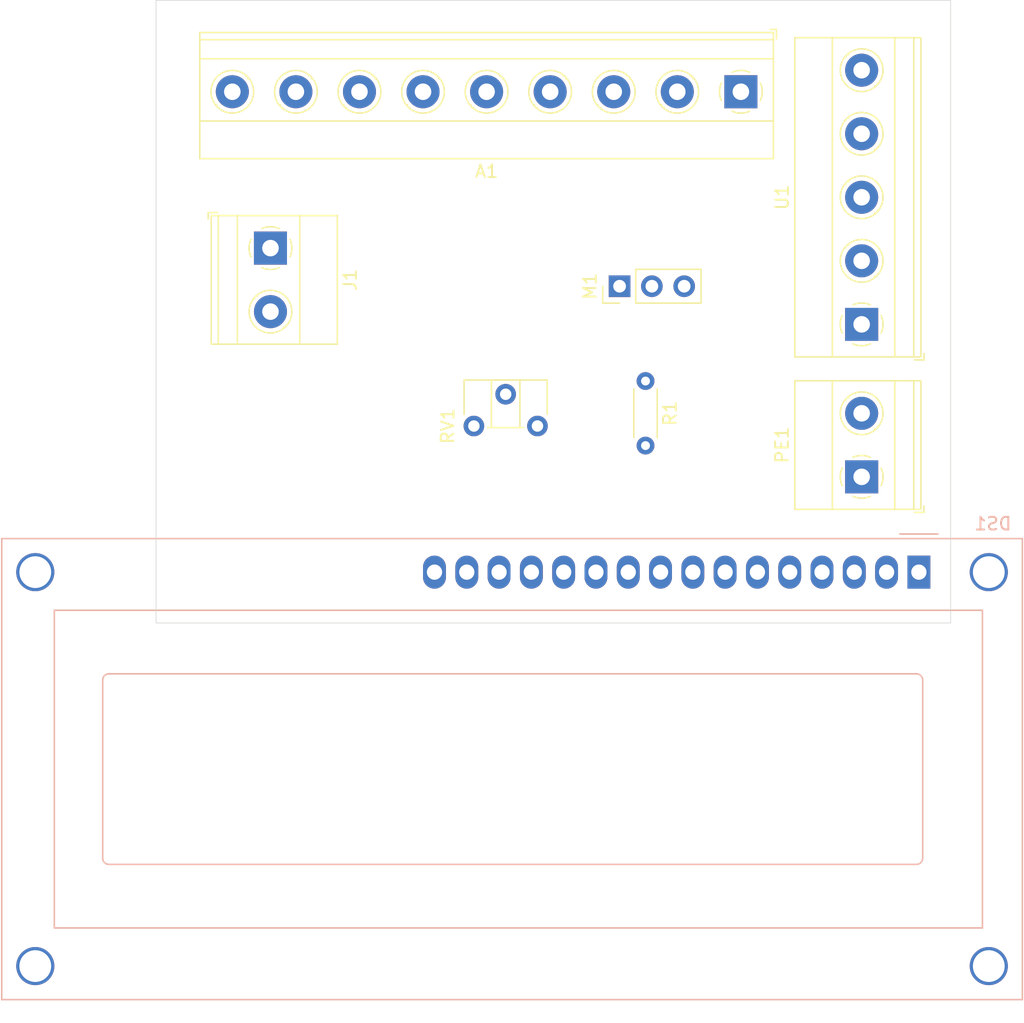
<source format=kicad_pcb>
(kicad_pcb (version 20240108) (generator "pcbnew") (generator_version "8.0")
  (layers (0 "F.Cu" signal) (31 "B.Cu" signal) (34 "B.Paste" user) (35 "F.Paste" user) (36 "B.SilkS" user "B.Silkscreen") (37 "F.SilkS" user "F.Silkscreen") (38 "B.Mask" user) (39 "F.Mask" user) (44 "Edge.Cuts" user))
  (net 0 "")
  (net 4 "Net-(DS1-LED(-))")
  (net 5 "Net-(A1-D5)")
  (net 6 "Net-(A1-D4)")
  (net 7 "Net-(A1-VIN)")
  (net 9 "Net-(A1-D13)")
  (net 10 "Net-(A1-D3)")
  (net 12 "Net-(A1-+5V)")
  (net 13 "Net-(A1-D12)")
  (net 14 "Net-(A1-D2)")
  (net 18 "Net-(DS1-VO)")
  (net 20 "Net-(DS1-LED(+))")
  (net 22 "Net-(A1-D9)")
  (net 23 "Net-(M1-+)")
  (net 24 "Net-(M1--)")
  (net 25 "Net-(U1-OUT1)")
  (net 26 "Net-(U1-OUT2)")
  (net 29 "Net-(U1-Vs)")
  (footprint "Potentiometer_THT:Potentiometer_ACP_CA6-H2,5_Horizontal" (layer "F.Cu") (at 132.5 95.5 90)
    (property "Reference" "RV1" (at 0 -2.06 90) (layer "F.SilkS"))
    (property "Value" "R_Potentiometer")
    (fp_line (start 3.62 -0.77) (end 3.62 5.77) (stroke (width 0.12)) (layer "F.SilkS"))
    (fp_line (start 0.925 -0.77) (end 3.62 -0.77) (stroke (width 0.12)) (layer "F.SilkS"))
    (fp_line (start -0.121 1.066) (end -0.121 3.935) (stroke (width 0.12)) (layer "F.SilkS"))
    (fp_line (start 3.62 1.38) (end 3.62 3.62) (stroke (width 0.12)) (layer "F.SilkS"))
    (fp_line (start -0.121 1.38) (end 3.62 1.38) (stroke (width 0.12)) (layer "F.SilkS"))
    (fp_line (start -0.121 1.38) (end -0.121 3.62) (stroke (width 0.12)) (layer "F.SilkS"))
    (fp_line (start -0.121 3.62) (end 3.62 3.62) (stroke (width 0.12)) (layer "F.SilkS"))
    (fp_line (start 0.925 5.77) (end 3.62 5.77) (stroke (width 0.12)) (layer "F.SilkS"))
    (pad "1" thru_hole circle (at 0 0 90) (size 1.62 1.62) (drill 0.9) (layers "*.Cu" "*.Mask") (net 4 "Net-(DS1-LED(-))"))
    (pad "2" thru_hole circle (at 2.5 2.5 90) (size 1.62 1.62) (drill 0.9) (layers "*.Cu" "*.Mask") (net 18 "Net-(DS1-VO)"))
    (pad "3" thru_hole circle (at 0 5 90) (size 1.62 1.62) (drill 0.9) (layers "*.Cu" "*.Mask") (net 12 "Net-(A1-+5V)"))
  )
  (footprint "Connector_PinHeader_2.54mm:PinHeader_1x03_P2.54mm_Vertical" (layer "F.Cu") (at 143.96 84.5 90)
    (property "Reference" "M1" (at 0 -2.33 90) (layer "F.SilkS"))
    (property "Value" "Motor_Servo")
    (fp_line (start -1.33 -1.33) (end 0 -1.33) (stroke (width 0.12)) (layer "F.SilkS"))
    (fp_line (start -1.33 0) (end -1.33 -1.33) (stroke (width 0.12)) (layer "F.SilkS"))
    (fp_line (start 1.33 1.27) (end 1.33 6.41) (stroke (width 0.12)) (layer "F.SilkS"))
    (fp_line (start -1.33 1.27) (end 1.33 1.27) (stroke (width 0.12)) (layer "F.SilkS"))
    (fp_line (start -1.33 1.27) (end -1.33 6.41) (stroke (width 0.12)) (layer "F.SilkS"))
    (fp_line (start -1.33 6.41) (end 1.33 6.41) (stroke (width 0.12)) (layer "F.SilkS"))
    (pad "1" thru_hole rect (at 0 0 90) (size 1.7 1.7) (drill 1) (layers "*.Cu" "*.Mask") (net 22 "Net-(A1-D9)"))
    (pad "2" thru_hole oval (at 0 2.54 90) (size 1.7 1.7) (drill 1) (layers "*.Cu" "*.Mask") (net 23 "Net-(M1-+)"))
    (pad "3" thru_hole oval (at 0 5.08 90) (size 1.7 1.7) (drill 1) (layers "*.Cu" "*.Mask") (net 24 "Net-(M1--)"))
  )
  (footprint "Resistor_THT:R_Axial_DIN0204_L3.6mm_D1.6mm_P5.08mm_Horizontal" (layer "F.Cu") (at 146 91.96 -90)
    (property "Reference" "R1" (at 2.54 -1.92 90) (layer "F.SilkS"))
    (property "Value" "220")
    (fp_line (start 0.62 0.92) (end 4.46 0.92) (stroke (width 0.12)) (layer "F.SilkS"))
    (fp_line (start 0.62 -0.92) (end 4.46 -0.92) (stroke (width 0.12)) (layer "F.SilkS"))
    (pad "1" thru_hole circle (at 0 0 270) (size 1.4 1.4) (drill 0.7) (layers "*.Cu" "*.Mask") (net 20 "Net-(DS1-LED(+))"))
    (pad "2" thru_hole oval (at 5.08 0 270) (size 1.4 1.4) (drill 0.7) (layers "*.Cu" "*.Mask") (net 12 "Net-(A1-+5V)"))
  )
  (footprint "TerminalBlock_Phoenix:TerminalBlock_Phoenix_MKDS-1,5-5_1x05_P5.00mm_Horizontal" (layer "F.Cu") (at 163 87.5 90)
    (property "Reference" "U1" (at 10 -6.26 90) (layer "F.SilkS"))
    (property "Value" "L298N")
    (fp_line (start 22.56 -5.261) (end 22.56 4.66) (stroke (width 0.12)) (layer "F.SilkS"))
    (fp_line (start -2.56 -5.261) (end 22.56 -5.261) (stroke (width 0.12)) (layer "F.SilkS"))
    (fp_line (start -2.56 -5.261) (end -2.56 4.66) (stroke (width 0.12)) (layer "F.SilkS"))
    (fp_line (start -2.56 -2.301) (end 22.56 -2.301) (stroke (width 0.12)) (layer "F.SilkS"))
    (fp_line (start 21.07 -1.275) (end 21.035 -1.239) (stroke (width 0.12)) (layer "F.SilkS"))
    (fp_line (start 16.07 -1.275) (end 16.035 -1.239) (stroke (width 0.12)) (layer "F.SilkS"))
    (fp_line (start 11.07 -1.275) (end 11.035 -1.239) (stroke (width 0.12)) (layer "F.SilkS"))
    (fp_line (start 6.07 -1.275) (end 6.035 -1.239) (stroke (width 0.12)) (layer "F.SilkS"))
    (fp_line (start 21.275 -1.069) (end 21.228 -1.023) (stroke (width 0.12)) (layer "F.SilkS"))
    (fp_line (start 16.275 -1.069) (end 16.228 -1.023) (stroke (width 0.12)) (layer "F.SilkS"))
    (fp_line (start 11.275 -1.069) (end 11.228 -1.023) (stroke (width 0.12)) (layer "F.SilkS"))
    (fp_line (start 6.275 -1.069) (end 6.228 -1.023) (stroke (width 0.12)) (layer "F.SilkS"))
    (fp_line (start 18.773 1.023) (end 18.726 1.069) (stroke (width 0.12)) (layer "F.SilkS"))
    (fp_line (start 13.773 1.023) (end 13.726 1.069) (stroke (width 0.12)) (layer "F.SilkS"))
    (fp_line (start 8.773 1.023) (end 8.726 1.069) (stroke (width 0.12)) (layer "F.SilkS"))
    (fp_line (start 3.773 1.023) (end 3.726 1.069) (stroke (width 0.12)) (layer "F.SilkS"))
    (fp_line (start 18.966 1.239) (end 18.931 1.274) (stroke (width 0.12)) (layer "F.SilkS"))
    (fp_line (start 13.966 1.239) (end 13.931 1.274) (stroke (width 0.12)) (layer "F.SilkS"))
    (fp_line (start 8.966 1.239) (end 8.931 1.274) (stroke (width 0.12)) (layer "F.SilkS"))
    (fp_line (start 3.966 1.239) (end 3.931 1.274) (stroke (width 0.12)) (layer "F.SilkS"))
    (fp_line (start -2.56 2.6) (end 22.56 2.6) (stroke (width 0.12)) (layer "F.SilkS"))
    (fp_line (start -2.56 4.1) (end 22.56 4.1) (stroke (width 0.12)) (layer "F.SilkS"))
    (fp_line (start -2.8 4.16) (end -2.8 4.9) (stroke (width 0.12)) (layer "F.SilkS"))
    (fp_line (start -2.56 4.66) (end 22.56 4.66) (stroke (width 0.12)) (layer "F.SilkS"))
    (fp_line (start -2.8 4.9) (end -2.3 4.9) (stroke (width 0.12)) (layer "F.SilkS"))
    (fp_arc (start -0.683042 -1.535427) (mid 0.000524 -1.680501) (end 0.684 -1.535) (stroke (width 0.12)) (layer "F.SilkS"))
    (fp_arc (start 1.535427 -0.683042) (mid 1.680501 0.000524) (end 1.535 0.684) (stroke (width 0.12)) (layer "F.SilkS"))
    (fp_arc (start -1.535427 0.683042) (mid -1.680501 -0.000524) (end -1.535 -0.684) (stroke (width 0.12)) (layer "F.SilkS"))
    (fp_arc (start 0.683318 1.534756) (mid 0.349292 1.643288) (end 0 1.68) (stroke (width 0.12)) (layer "F.SilkS"))
    (fp_arc (start 0.028805 1.680253) (mid -0.335551 1.646659) (end -0.684 1.535) (stroke (width 0.12)) (layer "F.SilkS"))
    (fp_circle (center 20 0) (end 21.68 0) (stroke (width 0.12)) (fill none) (layer "F.SilkS"))
    (fp_circle (center 15 0) (end 16.68 0) (stroke (width 0.12)) (fill none) (layer "F.SilkS"))
    (fp_circle (center 10 0) (end 11.68 0) (stroke (width 0.12)) (fill none) (layer "F.SilkS"))
    (fp_circle (center 5 0) (end 6.68 0) (stroke (width 0.12)) (fill none) (layer "F.SilkS"))
    (pad "1" thru_hole rect (at 0 0 90) (size 2.6 2.6) (drill 1.3) (layers "*.Cu" "*.Mask"))
    (pad "2" thru_hole circle (at 5 0 90) (size 2.6 2.6) (drill 1.3) (layers "*.Cu" "*.Mask") (net 25 "Net-(U1-OUT1)"))
    (pad "3" thru_hole circle (at 10 0 90) (size 2.6 2.6) (drill 1.3) (layers "*.Cu" "*.Mask") (net 26 "Net-(U1-OUT2)"))
    (pad "4" thru_hole circle (at 15 0 90) (size 2.6 2.6) (drill 1.3) (layers "*.Cu" "*.Mask") (net 29 "Net-(U1-Vs)"))
    (pad "5" thru_hole circle (at 20 0 90) (size 2.6 2.6) (drill 1.3) (layers "*.Cu" "*.Mask"))
  )
  (footprint "TerminalBlock_Phoenix:TerminalBlock_Phoenix_MKDS-1,5-2_1x02_P5.00mm_Horizontal" (layer "F.Cu") (at 163 99.5 90)
    (property "Reference" "PE1" (at 2.5 -6.26 90) (layer "F.SilkS"))
    (property "Value" "PeltierElement")
    (fp_line (start 7.56 -5.261) (end 7.56 4.66) (stroke (width 0.12)) (layer "F.SilkS"))
    (fp_line (start -2.56 -5.261) (end 7.56 -5.261) (stroke (width 0.12)) (layer "F.SilkS"))
    (fp_line (start -2.56 -5.261) (end -2.56 4.66) (stroke (width 0.12)) (layer "F.SilkS"))
    (fp_line (start -2.56 -2.301) (end 7.56 -2.301) (stroke (width 0.12)) (layer "F.SilkS"))
    (fp_line (start 6.07 -1.275) (end 6.035 -1.239) (stroke (width 0.12)) (layer "F.SilkS"))
    (fp_line (start 6.275 -1.069) (end 6.228 -1.023) (stroke (width 0.12)) (layer "F.SilkS"))
    (fp_line (start 3.773 1.023) (end 3.726 1.069) (stroke (width 0.12)) (layer "F.SilkS"))
    (fp_line (start 3.966 1.239) (end 3.931 1.274) (stroke (width 0.12)) (layer "F.SilkS"))
    (fp_line (start -2.56 2.6) (end 7.56 2.6) (stroke (width 0.12)) (layer "F.SilkS"))
    (fp_line (start -2.56 4.1) (end 7.56 4.1) (stroke (width 0.12)) (layer "F.SilkS"))
    (fp_line (start -2.8 4.16) (end -2.8 4.9) (stroke (width 0.12)) (layer "F.SilkS"))
    (fp_line (start -2.56 4.66) (end 7.56 4.66) (stroke (width 0.12)) (layer "F.SilkS"))
    (fp_line (start -2.8 4.9) (end -2.3 4.9) (stroke (width 0.12)) (layer "F.SilkS"))
    (fp_arc (start -0.683042 -1.535427) (mid 0.000524 -1.680501) (end 0.684 -1.535) (stroke (width 0.12)) (layer "F.SilkS"))
    (fp_arc (start 1.535427 -0.683042) (mid 1.680501 0.000524) (end 1.535 0.684) (stroke (width 0.12)) (layer "F.SilkS"))
    (fp_arc (start -1.535427 0.683042) (mid -1.680501 -0.000524) (end -1.535 -0.684) (stroke (width 0.12)) (layer "F.SilkS"))
    (fp_arc (start 0.683318 1.534756) (mid 0.349292 1.643288) (end 0 1.68) (stroke (width 0.12)) (layer "F.SilkS"))
    (fp_arc (start 0.028805 1.680253) (mid -0.335551 1.646659) (end -0.684 1.535) (stroke (width 0.12)) (layer "F.SilkS"))
    (fp_circle (center 5 0) (end 6.68 0) (stroke (width 0.12)) (fill none) (layer "F.SilkS"))
    (pad "1" thru_hole rect (at 0 0 90) (size 2.6 2.6) (drill 1.3) (layers "*.Cu" "*.Mask") (net 25 "Net-(U1-OUT1)"))
    (pad "2" thru_hole circle (at 5 0 90) (size 2.6 2.6) (drill 1.3) (layers "*.Cu" "*.Mask") (net 26 "Net-(U1-OUT2)"))
  )
  (footprint "TerminalBlock_Phoenix:TerminalBlock_Phoenix_MKDS-1,5-2_1x02_P5.00mm_Horizontal" (layer "F.Cu") (at 116.5 81.5 -90)
    (property "Reference" "J1" (at 2.5 -6.26 90) (layer "F.SilkS"))
    (property "Value" "Barrel_Jack")
    (fp_line (start -2.8 4.9) (end -2.3 4.9) (stroke (width 0.12)) (layer "F.SilkS"))
    (fp_line (start -2.56 4.66) (end 7.56 4.66) (stroke (width 0.12)) (layer "F.SilkS"))
    (fp_line (start -2.8 4.16) (end -2.8 4.9) (stroke (width 0.12)) (layer "F.SilkS"))
    (fp_line (start -2.56 4.1) (end 7.56 4.1) (stroke (width 0.12)) (layer "F.SilkS"))
    (fp_line (start -2.56 2.6) (end 7.56 2.6) (stroke (width 0.12)) (layer "F.SilkS"))
    (fp_line (start 3.966 1.239) (end 3.931 1.274) (stroke (width 0.12)) (layer "F.SilkS"))
    (fp_line (start 3.773 1.023) (end 3.726 1.069) (stroke (width 0.12)) (layer "F.SilkS"))
    (fp_line (start 6.275 -1.069) (end 6.228 -1.023) (stroke (width 0.12)) (layer "F.SilkS"))
    (fp_line (start 6.07 -1.275) (end 6.035 -1.239) (stroke (width 0.12)) (layer "F.SilkS"))
    (fp_line (start -2.56 -2.301) (end 7.56 -2.301) (stroke (width 0.12)) (layer "F.SilkS"))
    (fp_line (start -2.56 -5.261) (end -2.56 4.66) (stroke (width 0.12)) (layer "F.SilkS"))
    (fp_line (start -2.56 -5.261) (end 7.56 -5.261) (stroke (width 0.12)) (layer "F.SilkS"))
    (fp_line (start 7.56 -5.261) (end 7.56 4.66) (stroke (width 0.12)) (layer "F.SilkS"))
    (fp_arc (start 0.028805 1.680253) (mid -0.335551 1.646659) (end -0.684 1.535) (stroke (width 0.12)) (layer "F.SilkS"))
    (fp_arc (start 0.683318 1.534756) (mid 0.349292 1.643288) (end 0 1.68) (stroke (width 0.12)) (layer "F.SilkS"))
    (fp_arc (start -1.535427 0.683042) (mid -1.680501 -0.000524) (end -1.535 -0.684) (stroke (width 0.12)) (layer "F.SilkS"))
    (fp_arc (start 1.535427 -0.683042) (mid 1.680501 0.000524) (end 1.535 0.684) (stroke (width 0.12)) (layer "F.SilkS"))
    (fp_arc (start -0.683042 -1.535427) (mid 0.000524 -1.680501) (end 0.684 -1.535) (stroke (width 0.12)) (layer "F.SilkS"))
    (fp_circle (center 5 0) (end 6.68 0) (stroke (width 0.12)) (fill none) (layer "F.SilkS"))
    (pad "1" thru_hole rect (at 0 0 270) (size 2.6 2.6) (drill 1.3) (layers "*.Cu" "*.Mask") (net 29 "Net-(U1-Vs)"))
    (pad "2" thru_hole circle (at 5 0 270) (size 2.6 2.6) (drill 1.3) (layers "*.Cu" "*.Mask") (net 4 "Net-(DS1-LED(-))"))
  )
  (footprint "TerminalBlock_Phoenix:TerminalBlock_Phoenix_MKDS-1,5-9_1x09_P5.00mm_Horizontal" (layer "F.Cu") (at 153.5 69.195 180)
    (property "Reference" "A1" (at 20 -6.26 360) (layer "F.SilkS"))
    (property "Value" "Arduino_UNO_R3")
    (fp_line (start 42.56 -5.261) (end 42.56 4.66) (stroke (width 0.12)) (layer "F.SilkS"))
    (fp_line (start 41.275 -1.069) (end 41.228 -1.023) (stroke (width 0.12)) (layer "F.SilkS"))
    (fp_line (start 41.07 -1.275) (end 41.035 -1.239) (stroke (width 0.12)) (layer "F.SilkS"))
    (fp_line (start 38.966 1.239) (end 38.931 1.274) (stroke (width 0.12)) (layer "F.SilkS"))
    (fp_line (start 38.773 1.023) (end 38.726 1.069) (stroke (width 0.12)) (layer "F.SilkS"))
    (fp_line (start 36.275 -1.069) (end 36.228 -1.023) (stroke (width 0.12)) (layer "F.SilkS"))
    (fp_line (start 36.07 -1.275) (end 36.035 -1.239) (stroke (width 0.12)) (layer "F.SilkS"))
    (fp_line (start 33.966 1.239) (end 33.931 1.274) (stroke (width 0.12)) (layer "F.SilkS"))
    (fp_line (start 33.773 1.023) (end 33.726 1.069) (stroke (width 0.12)) (layer "F.SilkS"))
    (fp_line (start 31.275 -1.069) (end 31.228 -1.023) (stroke (width 0.12)) (layer "F.SilkS"))
    (fp_line (start 31.07 -1.275) (end 31.035 -1.239) (stroke (width 0.12)) (layer "F.SilkS"))
    (fp_line (start 28.966 1.239) (end 28.931 1.274) (stroke (width 0.12)) (layer "F.SilkS"))
    (fp_line (start 28.773 1.023) (end 28.726 1.069) (stroke (width 0.12)) (layer "F.SilkS"))
    (fp_line (start 26.275 -1.069) (end 26.228 -1.023) (stroke (width 0.12)) (layer "F.SilkS"))
    (fp_line (start 26.07 -1.275) (end 26.035 -1.239) (stroke (width 0.12)) (layer "F.SilkS"))
    (fp_line (start 23.966 1.239) (end 23.931 1.274) (stroke (width 0.12)) (layer "F.SilkS"))
    (fp_line (start 23.773 1.023) (end 23.726 1.069) (stroke (width 0.12)) (layer "F.SilkS"))
    (fp_line (start 21.275 -1.069) (end 21.228 -1.023) (stroke (width 0.12)) (layer "F.SilkS"))
    (fp_line (start 21.07 -1.275) (end 21.035 -1.239) (stroke (width 0.12)) (layer "F.SilkS"))
    (fp_line (start 18.966 1.239) (end 18.931 1.274) (stroke (width 0.12)) (layer "F.SilkS"))
    (fp_line (start 18.773 1.023) (end 18.726 1.069) (stroke (width 0.12)) (layer "F.SilkS"))
    (fp_line (start 16.275 -1.069) (end 16.228 -1.023) (stroke (width 0.12)) (layer "F.SilkS"))
    (fp_line (start 16.07 -1.275) (end 16.035 -1.239) (stroke (width 0.12)) (layer "F.SilkS"))
    (fp_line (start 13.966 1.239) (end 13.931 1.274) (stroke (width 0.12)) (layer "F.SilkS"))
    (fp_line (start 13.773 1.023) (end 13.726 1.069) (stroke (width 0.12)) (layer "F.SilkS"))
    (fp_line (start 11.275 -1.069) (end 11.228 -1.023) (stroke (width 0.12)) (layer "F.SilkS"))
    (fp_line (start 11.07 -1.275) (end 11.035 -1.239) (stroke (width 0.12)) (layer "F.SilkS"))
    (fp_line (start 8.966 1.239) (end 8.931 1.274) (stroke (width 0.12)) (layer "F.SilkS"))
    (fp_line (start 8.773 1.023) (end 8.726 1.069) (stroke (width 0.12)) (layer "F.SilkS"))
    (fp_line (start 6.275 -1.069) (end 6.228 -1.023) (stroke (width 0.12)) (layer "F.SilkS"))
    (fp_line (start 6.07 -1.275) (end 6.035 -1.239) (stroke (width 0.12)) (layer "F.SilkS"))
    (fp_line (start 3.966 1.239) (end 3.931 1.274) (stroke (width 0.12)) (layer "F.SilkS"))
    (fp_line (start 3.773 1.023) (end 3.726 1.069) (stroke (width 0.12)) (layer "F.SilkS"))
    (fp_line (start -2.56 4.66) (end 42.56 4.66) (stroke (width 0.12)) (layer "F.SilkS"))
    (fp_line (start -2.56 4.1) (end 42.56 4.1) (stroke (width 0.12)) (layer "F.SilkS"))
    (fp_line (start -2.56 2.6) (end 42.56 2.6) (stroke (width 0.12)) (layer "F.SilkS"))
    (fp_line (start -2.56 -2.301) (end 42.56 -2.301) (stroke (width 0.12)) (layer "F.SilkS"))
    (fp_line (start -2.56 -5.261) (end 42.56 -5.261) (stroke (width 0.12)) (layer "F.SilkS"))
    (fp_line (start -2.56 -5.261) (end -2.56 4.66) (stroke (width 0.12)) (layer "F.SilkS"))
    (fp_line (start -2.8 4.9) (end -2.3 4.9) (stroke (width 0.12)) (layer "F.SilkS"))
    (fp_line (start -2.8 4.16) (end -2.8 4.9) (stroke (width 0.12)) (layer "F.SilkS"))
    (fp_arc (start 1.535427 -0.683042) (mid 1.680501 0.000524) (end 1.535 0.684) (stroke (width 0.12)) (layer "F.SilkS"))
    (fp_arc (start 0.683318 1.534756) (mid 0.349292 1.643288) (end 0 1.68) (stroke (width 0.12)) (layer "F.SilkS"))
    (fp_arc (start 0.028805 1.680253) (mid -0.335551 1.646659) (end -0.684 1.535) (stroke (width 0.12)) (layer "F.SilkS"))
    (fp_arc (start -0.683042 -1.535427) (mid 0.000524 -1.680501) (end 0.684 -1.535) (stroke (width 0.12)) (layer "F.SilkS"))
    (fp_arc (start -1.535427 0.683042) (mid -1.680501 -0.000524) (end -1.535 -0.684) (stroke (width 0.12)) (layer "F.SilkS"))
    (fp_circle (center 40 0) (end 41.68 0) (stroke (width 0.12)) (fill none) (layer "F.SilkS"))
    (fp_circle (center 35 0) (end 36.68 0) (stroke (width 0.12)) (fill none) (layer "F.SilkS"))
    (fp_circle (center 30 0) (end 31.68 0) (stroke (width 0.12)) (fill none) (layer "F.SilkS"))
    (fp_circle (center 25 0) (end 26.68 0) (stroke (width 0.12)) (fill none) (layer "F.SilkS"))
    (fp_circle (center 20 0) (end 21.68 0) (stroke (width 0.12)) (fill none) (layer "F.SilkS"))
    (fp_circle (center 15 0) (end 16.68 0) (stroke (width 0.12)) (fill none) (layer "F.SilkS"))
    (fp_circle (center 10 0) (end 11.68 0) (stroke (width 0.12)) (fill none) (layer "F.SilkS"))
    (fp_circle (center 5 0) (end 6.68 0) (stroke (width 0.12)) (fill none) (layer "F.SilkS"))
    (pad "1" thru_hole rect (at 0 0 180) (size 2.6 2.6) (drill 1.3) (layers "*.Cu" "*.Mask"))
    (pad "2" thru_hole circle (at 5 0 180) (size 2.6 2.6) (drill 1.3) (layers "*.Cu" "*.Mask"))
    (pad "3" thru_hole circle (at 10 0 180) (size 2.6 2.6) (drill 1.3) (layers "*.Cu" "*.Mask"))
    (pad "4" thru_hole circle (at 15 0 180) (size 2.6 2.6) (drill 1.3) (layers "*.Cu" "*.Mask"))
    (pad "5" thru_hole circle (at 20 0 180) (size 2.6 2.6) (drill 1.3) (layers "*.Cu" "*.Mask") (net 12 "Net-(A1-+5V)"))
    (pad "6" thru_hole circle (at 25 0 180) (size 2.6 2.6) (drill 1.3) (layers "*.Cu" "*.Mask"))
    (pad "7" thru_hole circle (at 30 0 180) (size 2.6 2.6) (drill 1.3) (layers "*.Cu" "*.Mask") (net 4 "Net-(DS1-LED(-))"))
    (pad "8" thru_hole circle (at 35 0 180) (size 2.6 2.6) (drill 1.3) (layers "*.Cu" "*.Mask") (net 7 "Net-(A1-VIN)"))
    (pad "9" thru_hole circle (at 40 0 180) (size 2.6 2.6) (drill 1.3) (layers "*.Cu" "*.Mask"))
  )
  (footprint "Display:WC1602A" (layer "B.Cu") (at 167.5009 106.9993 180)
    (property "Reference" "DS1" (at -5.82 3.81 0) (layer "B.SilkS") (effects (justify mirror)))
    (property "Value" "WC1602A")
    (fp_line (start 72.14 2.64) (end 72.14 -33.64) (stroke (width 0.12)) (layer "B.SilkS"))
    (fp_line (start 72.14 -33.64) (end -8.14 -33.64) (stroke (width 0.12)) (layer "B.SilkS"))
    (fp_line (start 68 -3) (end -5 -3) (stroke (width 0.12)) (layer "B.SilkS"))
    (fp_line (start 68 -28) (end 68 -3) (stroke (width 0.12)) (layer "B.SilkS"))
    (fp_line (start 64.2 -22.5) (end 64.2 -8.5) (stroke (width 0.12)) (layer "B.SilkS"))
    (fp_line (start 63.7 -8) (end 0.2 -8) (stroke (width 0.12)) (layer "B.SilkS"))
    (fp_line (start 1.5 3) (end -1.5 3) (stroke (width 0.12)) (layer "B.SilkS"))
    (fp_line (start 0.2 -23) (end 63.70066 -23) (stroke (width 0.12)) (layer "B.SilkS"))
    (fp_line (start -0.29972 -8.5) (end -0.29972 -22.49932) (stroke (width 0.12)) (layer "B.SilkS"))
    (fp_line (start -5 -3) (end -5 -28) (stroke (width 0.12)) (layer "B.SilkS"))
    (fp_line (start -5 -28) (end 68 -28) (stroke (width 0.12)) (layer "B.SilkS"))
    (fp_line (start -7.34 2.64) (end 72.14 2.64) (stroke (width 0.12)) (layer "B.SilkS"))
    (fp_line (start -7.34 2.64) (end -8.13 2.64) (stroke (width 0.12)) (layer "B.SilkS"))
    (fp_line (start -8.14 -33.64) (end -8.14 2.64) (stroke (width 0.12)) (layer "B.SilkS"))
    (fp_arc (start 64.2 -8.5) (mid 64.053553 -8.146447) (end 63.7 -8) (stroke (width 0.12)) (layer "B.SilkS"))
    (fp_arc (start 63.70066 -22.9997) (mid 64.054515 -22.853157) (end 64.20104 -22.49932) (stroke (width 0.12)) (layer "B.SilkS"))
    (fp_arc (start 0.20066 -7.99846) (mid -0.153162 -8.145018) (end -0.29972 -8.49884) (stroke (width 0.12)) (layer "B.SilkS"))
    (fp_arc (start -0.29972 -22.49932) (mid -0.153162 -22.853142) (end 0.20066 -22.9997) (stroke (width 0.12)) (layer "B.SilkS"))
    (pad "" thru_hole circle (at -5.4991 -31.0007 180) (size 3 3) (drill 2.5) (layers "*.Cu" "*.Mask"))
    (pad "" thru_hole circle (at -5.4991 0 180) (size 3 3) (drill 2.5) (layers "*.Cu" "*.Mask"))
    (pad "" thru_hole circle (at 69.49948 -31.0007 180) (size 3 3) (drill 2.5) (layers "*.Cu" "*.Mask"))
    (pad "" thru_hole circle (at 69.5 0 180) (size 3 3) (drill 2.5) (layers "*.Cu" "*.Mask"))
    (pad "1" thru_hole rect (at 0 0 180) (size 1.8 2.6) (drill 1.2) (layers "*.Cu" "*.Mask") (net 4 "Net-(DS1-LED(-))"))
    (pad "2" thru_hole oval (at 2.54 0 180) (size 1.8 2.6) (drill 1.2) (layers "*.Cu" "*.Mask") (net 12 "Net-(A1-+5V)"))
    (pad "3" thru_hole oval (at 5.08 0 180) (size 1.8 2.6) (drill 1.2) (layers "*.Cu" "*.Mask") (net 18 "Net-(DS1-VO)"))
    (pad "4" thru_hole oval (at 7.62 0 180) (size 1.8 2.6) (drill 1.2) (layers "*.Cu" "*.Mask") (net 13 "Net-(A1-D12)"))
    (pad "5" thru_hole oval (at 10.16 0 180) (size 1.8 2.6) (drill 1.2) (layers "*.Cu" "*.Mask") (net 4 "Net-(DS1-LED(-))"))
    (pad "6" thru_hole oval (at 12.7 0 180) (size 1.8 2.6) (drill 1.2) (layers "*.Cu" "*.Mask") (net 9 "Net-(A1-D13)"))
    (pad "7" thru_hole oval (at 15.24 0 180) (size 1.8 2.6) (drill 1.2) (layers "*.Cu" "*.Mask"))
    (pad "8" thru_hole oval (at 17.78 0 180) (size 1.8 2.6) (drill 1.2) (layers "*.Cu" "*.Mask"))
    (pad "9" thru_hole oval (at 20.32 0 180) (size 1.8 2.6) (drill 1.2) (layers "*.Cu" "*.Mask"))
    (pad "10" thru_hole oval (at 22.86 0 180) (size 1.8 2.6) (drill 1.2) (layers "*.Cu" "*.Mask"))
    (pad "11" thru_hole oval (at 25.4 0 180) (size 1.8 2.6) (drill 1.2) (layers "*.Cu" "*.Mask") (net 5 "Net-(A1-D5)"))
    (pad "12" thru_hole oval (at 27.94 0 180) (size 1.8 2.6) (drill 1.2) (layers "*.Cu" "*.Mask") (net 6 "Net-(A1-D4)"))
    (pad "13" thru_hole oval (at 30.48 0 180) (size 1.8 2.6) (drill 1.2) (layers "*.Cu" "*.Mask") (net 10 "Net-(A1-D3)"))
    (pad "14" thru_hole oval (at 33.02 0 180) (size 1.8 2.6) (drill 1.2) (layers "*.Cu" "*.Mask") (net 14 "Net-(A1-D2)"))
    (pad "15" thru_hole oval (at 35.56 0 180) (size 1.8 2.6) (drill 1.2) (layers "*.Cu" "*.Mask") (net 20 "Net-(DS1-LED(+))"))
    (pad "16" thru_hole oval (at 38.1 0 180) (size 1.8 2.6) (drill 1.2) (layers "*.Cu" "*.Mask") (net 4 "Net-(DS1-LED(-))"))
  )
  (gr_rect (start 107.5 62) (end 170 111) (stroke (width 0.05)) (fill none) (layer "Edge.Cuts"))
)
</source>
